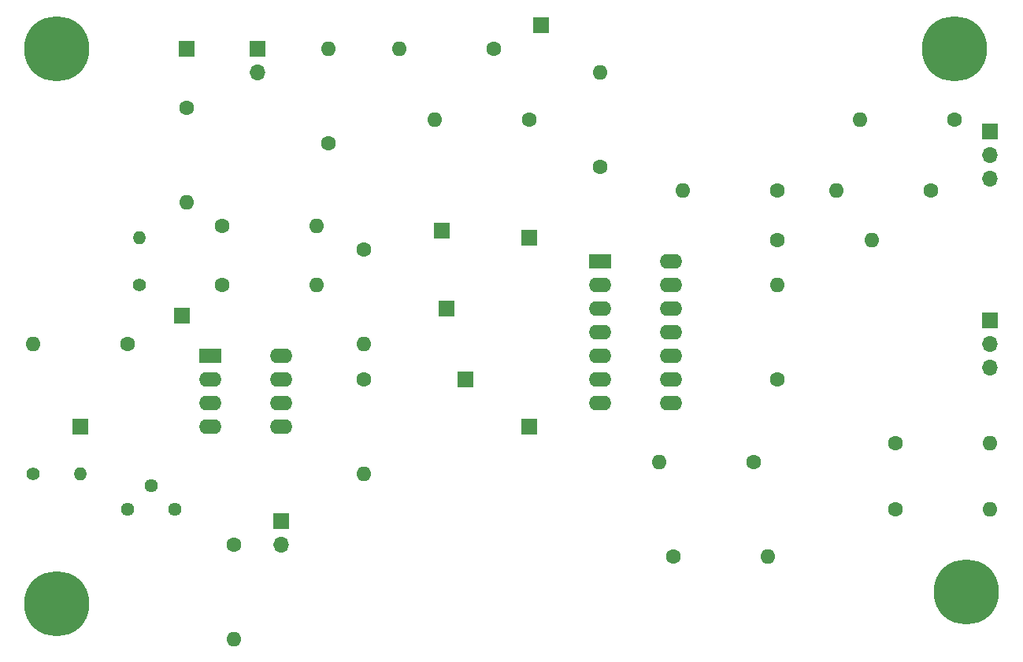
<source format=gbr>
%TF.GenerationSoftware,KiCad,Pcbnew,(5.1.6)-1*%
%TF.CreationDate,2021-02-25T22:42:19-08:00*%
%TF.ProjectId,KiCAD Schematic and PCB - Quick Design Example and Build,4b694341-4420-4536-9368-656d61746963,rev?*%
%TF.SameCoordinates,Original*%
%TF.FileFunction,Soldermask,Top*%
%TF.FilePolarity,Negative*%
%FSLAX46Y46*%
G04 Gerber Fmt 4.6, Leading zero omitted, Abs format (unit mm)*
G04 Created by KiCad (PCBNEW (5.1.6)-1) date 2021-02-25 22:42:19*
%MOMM*%
%LPD*%
G01*
G04 APERTURE LIST*
%ADD10R,2.400000X1.600000*%
%ADD11O,2.400000X1.600000*%
%ADD12R,1.700000X1.700000*%
%ADD13O,1.700000X1.700000*%
%ADD14C,1.600000*%
%ADD15O,1.600000X1.600000*%
%ADD16C,1.400000*%
%ADD17O,1.400000X1.400000*%
%ADD18C,1.440000*%
%ADD19C,7.000000*%
%ADD20C,0.800000*%
G04 APERTURE END LIST*
D10*
%TO.C,U5*%
X149860000Y-80010000D03*
D11*
X157480000Y-87630000D03*
X149860000Y-82550000D03*
X157480000Y-85090000D03*
X149860000Y-85090000D03*
X157480000Y-82550000D03*
X149860000Y-87630000D03*
X157480000Y-80010000D03*
%TD*%
D12*
%TO.C,J13*%
X233680000Y-55880000D03*
D13*
X233680000Y-58420000D03*
X233680000Y-60960000D03*
%TD*%
D14*
%TO.C,R1*%
X151130000Y-66040000D03*
D15*
X161290000Y-66040000D03*
%TD*%
D16*
%TO.C,C1*%
X142240000Y-72390000D03*
D17*
X142240000Y-67310000D03*
%TD*%
D13*
%TO.C,J1*%
X233680000Y-81280000D03*
X233680000Y-78740000D03*
D12*
X233680000Y-76200000D03*
%TD*%
%TO.C,J2*%
X135890000Y-87630000D03*
%TD*%
%TO.C,J3*%
X146812000Y-75692000D03*
%TD*%
%TO.C,J4*%
X147320000Y-46990000D03*
%TD*%
%TO.C,J5*%
X184150000Y-87630000D03*
%TD*%
%TO.C,J6*%
X174752000Y-66548000D03*
%TD*%
%TO.C,J7*%
X177292000Y-82550000D03*
%TD*%
%TO.C,J8*%
X184150000Y-67310000D03*
%TD*%
%TO.C,J9*%
X175260000Y-74930000D03*
%TD*%
%TO.C,J10*%
X185420000Y-44450000D03*
%TD*%
%TO.C,J11*%
X154940000Y-46990000D03*
D13*
X154940000Y-49530000D03*
%TD*%
%TO.C,J12*%
X157480000Y-100330000D03*
D12*
X157480000Y-97790000D03*
%TD*%
D14*
%TO.C,R2*%
X166370000Y-68580000D03*
D15*
X166370000Y-78740000D03*
%TD*%
%TO.C,R3*%
X166370000Y-92710000D03*
D14*
X166370000Y-82550000D03*
%TD*%
%TO.C,R4*%
X199644000Y-101600000D03*
D15*
X209804000Y-101600000D03*
%TD*%
%TO.C,R5*%
X170180000Y-46990000D03*
D14*
X180340000Y-46990000D03*
%TD*%
D15*
%TO.C,R6*%
X173990000Y-54610000D03*
D14*
X184150000Y-54610000D03*
%TD*%
D15*
%TO.C,R7*%
X162560000Y-46990000D03*
D14*
X162560000Y-57150000D03*
%TD*%
%TO.C,R8*%
X191770000Y-59690000D03*
D15*
X191770000Y-49530000D03*
%TD*%
D14*
%TO.C,R9*%
X210820000Y-62230000D03*
D15*
X200660000Y-62230000D03*
%TD*%
%TO.C,R10*%
X198120000Y-91440000D03*
D14*
X208280000Y-91440000D03*
%TD*%
%TO.C,R11*%
X227330000Y-62230000D03*
D15*
X217170000Y-62230000D03*
%TD*%
%TO.C,R12*%
X219710000Y-54610000D03*
D14*
X229870000Y-54610000D03*
%TD*%
%TO.C,R13*%
X210820000Y-67564000D03*
D15*
X220980000Y-67564000D03*
%TD*%
%TO.C,R14*%
X233680000Y-96520000D03*
D14*
X223520000Y-96520000D03*
%TD*%
%TO.C,R15*%
X210820000Y-82550000D03*
D15*
X210820000Y-72390000D03*
%TD*%
%TO.C,R16*%
X233680000Y-89408000D03*
D14*
X223520000Y-89408000D03*
%TD*%
D15*
%TO.C,R17*%
X152400000Y-110490000D03*
D14*
X152400000Y-100330000D03*
%TD*%
%TO.C,R18*%
X151130000Y-72390000D03*
D15*
X161290000Y-72390000D03*
%TD*%
D14*
%TO.C,R20*%
X140970000Y-78740000D03*
D15*
X130810000Y-78740000D03*
%TD*%
%TO.C,R21*%
X147320000Y-63500000D03*
D14*
X147320000Y-53340000D03*
%TD*%
D18*
%TO.C,RV1*%
X140970000Y-96520000D03*
X143510000Y-93980000D03*
X146050000Y-96520000D03*
%TD*%
D10*
%TO.C,U1*%
X191770000Y-69850000D03*
D11*
X199390000Y-85090000D03*
X191770000Y-72390000D03*
X199390000Y-82550000D03*
X191770000Y-74930000D03*
X199390000Y-80010000D03*
X191770000Y-77470000D03*
X199390000Y-77470000D03*
X191770000Y-80010000D03*
X199390000Y-74930000D03*
X191770000Y-82550000D03*
X199390000Y-72390000D03*
X191770000Y-85090000D03*
X199390000Y-69850000D03*
%TD*%
D16*
%TO.C,C2*%
X130810000Y-92710000D03*
D17*
X135890000Y-92710000D03*
%TD*%
D19*
%TO.C,H1*%
X133350000Y-106680000D03*
D20*
X135975000Y-106680000D03*
X135206155Y-108536155D03*
X133350000Y-109305000D03*
X131493845Y-108536155D03*
X130725000Y-106680000D03*
X131493845Y-104823845D03*
X133350000Y-104055000D03*
X135206155Y-104823845D03*
%TD*%
%TO.C,H2*%
X232996155Y-103553845D03*
X231140000Y-102785000D03*
X229283845Y-103553845D03*
X228515000Y-105410000D03*
X229283845Y-107266155D03*
X231140000Y-108035000D03*
X232996155Y-107266155D03*
X233765000Y-105410000D03*
D19*
X231140000Y-105410000D03*
%TD*%
%TO.C,H3*%
X229870000Y-46990000D03*
D20*
X232495000Y-46990000D03*
X231726155Y-48846155D03*
X229870000Y-49615000D03*
X228013845Y-48846155D03*
X227245000Y-46990000D03*
X228013845Y-45133845D03*
X229870000Y-44365000D03*
X231726155Y-45133845D03*
%TD*%
%TO.C,H4*%
X135206155Y-45133845D03*
X133350000Y-44365000D03*
X131493845Y-45133845D03*
X130725000Y-46990000D03*
X131493845Y-48846155D03*
X133350000Y-49615000D03*
X135206155Y-48846155D03*
X135975000Y-46990000D03*
D19*
X133350000Y-46990000D03*
%TD*%
M02*

</source>
